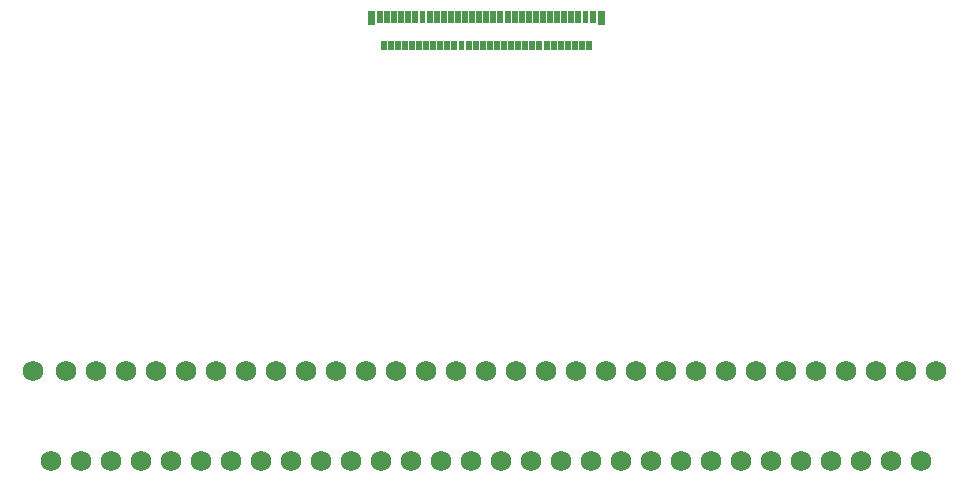
<source format=gts>
G04 Layer: TopSolderMaskLayer*
G04 EasyEDA v6.4.25, 2022-01-05T11:28:27--8:00*
G04 5b7509a3f8b64266bac100f98fe07f5d,73dcd3fe52254aa693cf92493c1ebcf7,10*
G04 Gerber Generator version 0.2*
G04 Scale: 100 percent, Rotated: No, Reflected: No *
G04 Dimensions in inches *
G04 leading zeros omitted , absolute positions ,3 integer and 6 decimal *
%FSLAX36Y36*%
%MOIN*%

%ADD23C,0.0680*%

%LPD*%
G36*
X2334399Y1630300D02*
G01*
X2334399Y1669800D01*
X2354200Y1669800D01*
X2354200Y1630300D01*
G37*
G36*
X2322600Y1540900D02*
G01*
X2322600Y1572500D01*
X2342399Y1572500D01*
X2342399Y1540900D01*
G37*
G36*
X2310799Y1630300D02*
G01*
X2310799Y1669800D01*
X2330600Y1669800D01*
X2330600Y1630300D01*
G37*
G36*
X2298999Y1540900D02*
G01*
X2298999Y1572500D01*
X2318800Y1572500D01*
X2318800Y1540900D01*
G37*
G36*
X2287200Y1630300D02*
G01*
X2287200Y1669800D01*
X2306999Y1669800D01*
X2306999Y1630300D01*
G37*
G36*
X2275399Y1540900D02*
G01*
X2275399Y1572500D01*
X2295200Y1572500D01*
X2295200Y1540900D01*
G37*
G36*
X2263599Y1630300D02*
G01*
X2263599Y1669800D01*
X2283400Y1669800D01*
X2283400Y1630300D01*
G37*
G36*
X2251700Y1540900D02*
G01*
X2251700Y1572500D01*
X2271599Y1572500D01*
X2271599Y1540900D01*
G37*
G36*
X2239899Y1630300D02*
G01*
X2239899Y1669800D01*
X2259700Y1669800D01*
X2259700Y1630300D01*
G37*
G36*
X2228100Y1540900D02*
G01*
X2228100Y1572500D01*
X2247899Y1572500D01*
X2247899Y1540900D01*
G37*
G36*
X2216300Y1630300D02*
G01*
X2216300Y1669800D01*
X2236099Y1669800D01*
X2236099Y1630300D01*
G37*
G36*
X2204499Y1540900D02*
G01*
X2204499Y1572500D01*
X2224300Y1572500D01*
X2224300Y1540900D01*
G37*
G36*
X2192700Y1630300D02*
G01*
X2192700Y1669800D01*
X2212500Y1669800D01*
X2212500Y1630300D01*
G37*
G36*
X2180900Y1540900D02*
G01*
X2180900Y1572500D01*
X2200699Y1572500D01*
X2200699Y1540900D01*
G37*
G36*
X2169099Y1630300D02*
G01*
X2169099Y1669800D01*
X2188900Y1669800D01*
X2188900Y1630300D01*
G37*
G36*
X2157299Y1540900D02*
G01*
X2157299Y1572500D01*
X2177100Y1572500D01*
X2177100Y1540900D01*
G37*
G36*
X2145399Y1630300D02*
G01*
X2145399Y1669800D01*
X2165299Y1669800D01*
X2165299Y1630300D01*
G37*
G36*
X2133599Y1540900D02*
G01*
X2133599Y1572500D01*
X2153400Y1572500D01*
X2153400Y1540900D01*
G37*
G36*
X2121800Y1630300D02*
G01*
X2121800Y1669800D01*
X2141599Y1669800D01*
X2141599Y1630300D01*
G37*
G36*
X2110000Y1540900D02*
G01*
X2110000Y1572500D01*
X2129799Y1572500D01*
X2129799Y1540900D01*
G37*
G36*
X2098199Y1630300D02*
G01*
X2098199Y1669800D01*
X2118000Y1669800D01*
X2118000Y1630300D01*
G37*
G36*
X2086400Y1540900D02*
G01*
X2086400Y1572500D01*
X2106199Y1572500D01*
X2106199Y1540900D01*
G37*
G36*
X2074600Y1630300D02*
G01*
X2074600Y1669800D01*
X2094399Y1669800D01*
X2094399Y1630300D01*
G37*
G36*
X2062799Y1540900D02*
G01*
X2062799Y1572500D01*
X2082600Y1572500D01*
X2082600Y1540900D01*
G37*
G36*
X2051000Y1630300D02*
G01*
X2051000Y1669800D01*
X2070799Y1669800D01*
X2070799Y1630300D01*
G37*
G36*
X2039200Y1540900D02*
G01*
X2039200Y1572500D01*
X2058999Y1572500D01*
X2058999Y1540900D01*
G37*
G36*
X2027299Y1630300D02*
G01*
X2027299Y1669800D01*
X2047100Y1669800D01*
X2047100Y1630300D01*
G37*
G36*
X2015500Y1540900D02*
G01*
X2015500Y1572500D01*
X2035299Y1572500D01*
X2035299Y1540900D01*
G37*
G36*
X2003699Y1630300D02*
G01*
X2003699Y1669800D01*
X2023500Y1669800D01*
X2023500Y1630300D01*
G37*
G36*
X1991899Y1540900D02*
G01*
X1991899Y1572500D01*
X2011700Y1572500D01*
X2011700Y1540900D01*
G37*
G36*
X1980100Y1630300D02*
G01*
X1980100Y1669800D01*
X1999899Y1669800D01*
X1999899Y1630300D01*
G37*
G36*
X1968299Y1540900D02*
G01*
X1968299Y1572500D01*
X1988100Y1572500D01*
X1988100Y1540900D01*
G37*
G36*
X1956499Y1630300D02*
G01*
X1956499Y1669800D01*
X1976300Y1669800D01*
X1976300Y1630300D01*
G37*
G36*
X1944700Y1540900D02*
G01*
X1944700Y1572500D01*
X1964499Y1572500D01*
X1964499Y1540900D01*
G37*
G36*
X1932899Y1630300D02*
G01*
X1932899Y1669800D01*
X1952700Y1669800D01*
X1952700Y1630300D01*
G37*
G36*
X1921000Y1540900D02*
G01*
X1921000Y1572500D01*
X1940799Y1572500D01*
X1940799Y1540900D01*
G37*
G36*
X1909200Y1630300D02*
G01*
X1909200Y1669800D01*
X1928999Y1669800D01*
X1928999Y1630300D01*
G37*
G36*
X1897399Y1540900D02*
G01*
X1897399Y1572500D01*
X1917200Y1572500D01*
X1917200Y1540900D01*
G37*
G36*
X1885600Y1630300D02*
G01*
X1885600Y1669800D01*
X1905399Y1669800D01*
X1905399Y1630300D01*
G37*
G36*
X1873800Y1540900D02*
G01*
X1873800Y1572500D01*
X1893599Y1572500D01*
X1893599Y1540900D01*
G37*
G36*
X1861999Y1630300D02*
G01*
X1861999Y1669800D01*
X1881800Y1669800D01*
X1881800Y1630300D01*
G37*
G36*
X1850200Y1540900D02*
G01*
X1850200Y1572500D01*
X1870000Y1572500D01*
X1870000Y1540900D01*
G37*
G36*
X1838400Y1630300D02*
G01*
X1838400Y1669800D01*
X1858199Y1669800D01*
X1858199Y1630300D01*
G37*
G36*
X1826599Y1540900D02*
G01*
X1826599Y1572500D01*
X1846400Y1572500D01*
X1846400Y1540900D01*
G37*
G36*
X1814700Y1630300D02*
G01*
X1814700Y1669800D01*
X1834600Y1669800D01*
X1834600Y1630300D01*
G37*
G36*
X1802899Y1540900D02*
G01*
X1802899Y1572500D01*
X1822700Y1572500D01*
X1822700Y1540900D01*
G37*
G36*
X1791099Y1630300D02*
G01*
X1791099Y1669800D01*
X1810900Y1669800D01*
X1810900Y1630300D01*
G37*
G36*
X1779300Y1540900D02*
G01*
X1779300Y1572500D01*
X1799099Y1572500D01*
X1799099Y1540900D01*
G37*
G36*
X1767500Y1630300D02*
G01*
X1767500Y1669800D01*
X1787299Y1669800D01*
X1787299Y1630300D01*
G37*
G36*
X1755699Y1540900D02*
G01*
X1755699Y1572500D01*
X1775500Y1572500D01*
X1775500Y1540900D01*
G37*
G36*
X1743900Y1630300D02*
G01*
X1743900Y1669800D01*
X1763699Y1669800D01*
X1763699Y1630300D01*
G37*
G36*
X1732100Y1540900D02*
G01*
X1732100Y1572500D01*
X1751899Y1572500D01*
X1751899Y1540900D01*
G37*
G36*
X1720299Y1630300D02*
G01*
X1720299Y1669800D01*
X1740100Y1669800D01*
X1740100Y1630300D01*
G37*
G36*
X1708400Y1540900D02*
G01*
X1708400Y1572500D01*
X1728299Y1572500D01*
X1728299Y1540900D01*
G37*
G36*
X1696599Y1630300D02*
G01*
X1696599Y1669800D01*
X1716400Y1669800D01*
X1716400Y1630300D01*
G37*
G36*
X1684799Y1540900D02*
G01*
X1684799Y1572500D01*
X1704600Y1572500D01*
X1704600Y1540900D01*
G37*
G36*
X1673000Y1630300D02*
G01*
X1673000Y1669800D01*
X1692799Y1669800D01*
X1692799Y1630300D01*
G37*
G36*
X1661199Y1540900D02*
G01*
X1661199Y1572500D01*
X1681000Y1572500D01*
X1681000Y1540900D01*
G37*
G36*
X1649399Y1630300D02*
G01*
X1649399Y1669800D01*
X1669200Y1669800D01*
X1669200Y1630300D01*
G37*
G36*
X1637600Y1540900D02*
G01*
X1637600Y1572500D01*
X1657399Y1572500D01*
X1657399Y1540900D01*
G37*
G36*
X1625799Y1630300D02*
G01*
X1625799Y1669800D01*
X1645600Y1669800D01*
X1645600Y1630300D01*
G37*
G36*
X2361400Y1625500D02*
G01*
X2361400Y1670900D01*
X2385100Y1670900D01*
X2385100Y1625500D01*
G37*
G36*
X1594899Y1625500D02*
G01*
X1594899Y1670900D01*
X1618599Y1670900D01*
X1618599Y1625500D01*
G37*
D23*
G01*
X2090000Y470001D03*
G01*
X1990000Y470001D03*
G01*
X2190000Y470001D03*
G01*
X2290000Y470001D03*
G01*
X2390000Y470001D03*
G01*
X2490000Y470001D03*
G01*
X2590000Y470001D03*
G01*
X2690000Y470001D03*
G01*
X2790000Y470001D03*
G01*
X2890000Y470001D03*
G01*
X2990000Y470001D03*
G01*
X3090000Y470001D03*
G01*
X3190000Y470001D03*
G01*
X3290000Y470001D03*
G01*
X3390000Y470001D03*
G01*
X3490000Y470001D03*
G01*
X1890000Y470001D03*
G01*
X1790000Y470001D03*
G01*
X1690000Y470001D03*
G01*
X1590000Y470001D03*
G01*
X1490000Y470001D03*
G01*
X1390000Y470001D03*
G01*
X1290000Y470001D03*
G01*
X1190000Y470001D03*
G01*
X1090000Y470001D03*
G01*
X990000Y470001D03*
G01*
X890000Y470001D03*
G01*
X790000Y470001D03*
G01*
X690000Y470001D03*
G01*
X590000Y470001D03*
G01*
X540000Y170001D03*
G01*
X640000Y170001D03*
G01*
X740000Y170001D03*
G01*
X840000Y170001D03*
G01*
X940000Y170001D03*
G01*
X1040000Y170001D03*
G01*
X1140000Y170001D03*
G01*
X1240000Y170001D03*
G01*
X1340000Y170001D03*
G01*
X1440000Y170001D03*
G01*
X1540000Y170001D03*
G01*
X1640000Y170001D03*
G01*
X1740000Y170001D03*
G01*
X1840000Y170001D03*
G01*
X1940000Y170001D03*
G01*
X2040000Y170001D03*
G01*
X2140000Y170001D03*
G01*
X2240000Y170001D03*
G01*
X2340000Y170001D03*
G01*
X2440000Y170001D03*
G01*
X2540000Y170001D03*
G01*
X2640000Y170001D03*
G01*
X2740000Y170001D03*
G01*
X2840000Y170001D03*
G01*
X2940000Y170001D03*
G01*
X3040000Y170001D03*
G01*
X3140000Y170001D03*
G01*
X3240000Y170001D03*
G01*
X3340000Y170001D03*
G01*
X3440000Y170001D03*
G01*
X480000Y470001D03*
M02*

</source>
